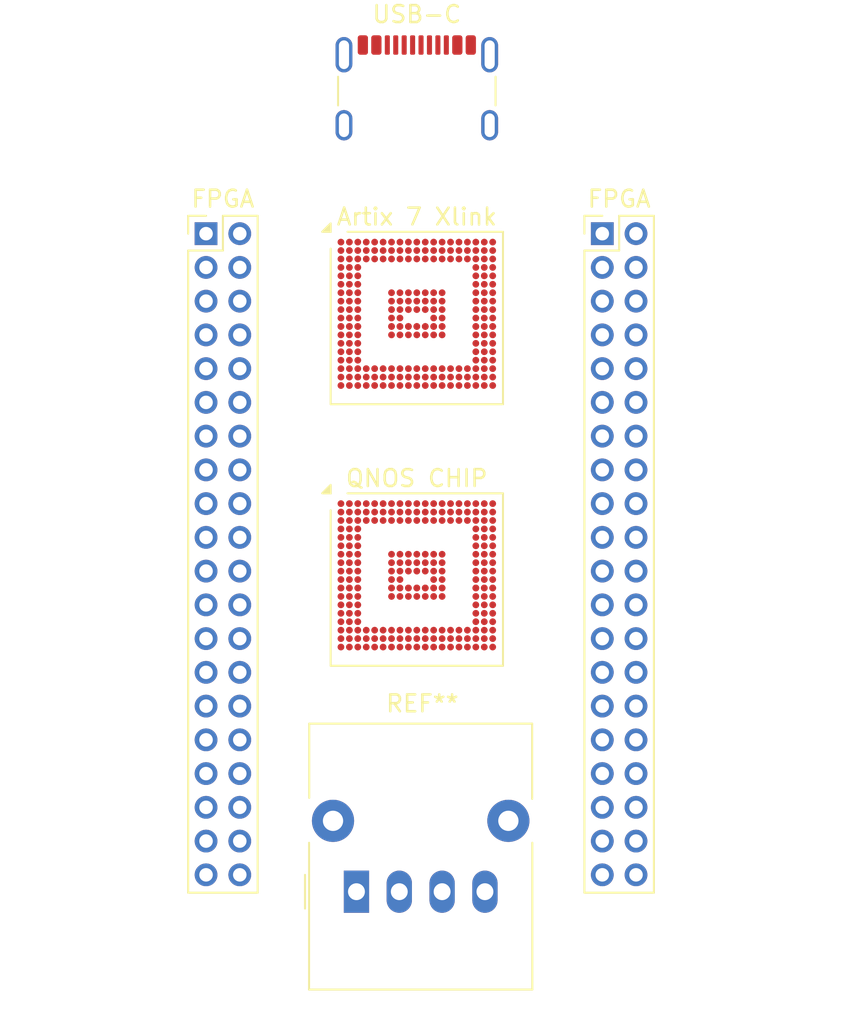
<source format=kicad_pcb>
(kicad_pcb (version 20240108) (generator "pcbnew") (generator_version "8.0")
  (layers (0 "F.Cu" signal) (31 "B.Cu" signal) (34 "B.Paste" user) (35 "F.Paste" user) (36 "B.SilkS" user "B.Silkscreen") (37 "F.SilkS" user "F.Silkscreen") (38 "B.Mask" user) (39 "F.Mask" user) (44 "Edge.Cuts" user))
  (net 0 "")
  (footprint "Xilinx_CPG236" (layer "F.Cu") (at 116 122)
    (property "Reference" "QNOS CHIP")
    (property "Value" "QNOS CHIP")
  )
  (footprint "Xilinx_CPG236" (layer "F.Cu") (at 116 106.5)
    (property "Reference" "Artix 7 Xlink")
    (property "Value" "Xilinx_CPG236")
  )
  (footprint "Connector_PinHeader_2.00mm:PinHeader_2x20_P2.00mm_Vertical" (layer "F.Cu") (at 127 101.5)
    (property "Reference" "FPGA")
    (property "Value" "PinHeader_2x20_P2.00mm_Vertical")
  )
  (footprint "OptoDevice:Toshiba_TORX170_TORX173_TORX193_TORX194" (layer "F.Cu") (at 112.42 140.5)
    (property "Reference" "REF**")
    (property "Value" "Toshiba_TORX170_TORX173_TORX193_TORX194")
  )
  (footprint "Connector_USB:USB_C_Receptacle_GCT_USB4105-xx-A_16P_TopMnt_Horizontal" (layer "F.Cu") (at 116 94)
    (property "Reference" "USB-C")
    (property "Value" "USB_C_Receptacle_GCT_USB4105-xx-A_16P_TopMnt_Horizontal")
  )
  (footprint "Connector_PinHeader_2.00mm:PinHeader_2x20_P2.00mm_Vertical" (layer "F.Cu") (at 103.5 101.5)
    (property "Reference" "FPGA")
    (property "Value" "PinHeader_2x20_P2.00mm_Vertical")
  )
)
</source>
